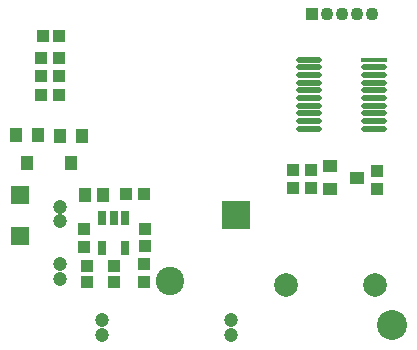
<source format=gbs>
G04*
G04 #@! TF.GenerationSoftware,Altium Limited,Altium Designer,20.0.2 (26)*
G04*
G04 Layer_Color=16711935*
%FSLAX25Y25*%
%MOIN*%
G70*
G01*
G75*
%ADD28C,0.10000*%
%ADD29C,0.06800*%
%ADD31R,0.04343X0.04737*%
%ADD32R,0.03950X0.04343*%
%ADD33R,0.04343X0.03950*%
%ADD36R,0.04202X0.03975*%
%ADD37R,0.03975X0.04202*%
%ADD40C,0.04343*%
%ADD41R,0.04343X0.04343*%
%ADD42C,0.09461*%
%ADD43C,0.04737*%
%ADD44C,0.07887*%
%ADD45R,0.09461X0.09461*%
%ADD67R,0.05918X0.05918*%
%ADD68R,0.04202X0.03950*%
%ADD69R,0.04737X0.03950*%
%ADD70R,0.03950X0.04737*%
%ADD71O,0.08674X0.01784*%
%ADD72R,0.08674X0.01784*%
%ADD73R,0.03162X0.04737*%
D28*
X133700Y17200D02*
D03*
D29*
D03*
D31*
X37500Y60700D02*
D03*
X31201D02*
D03*
D32*
X22700Y113500D02*
D03*
X17189D02*
D03*
D33*
X51400Y43664D02*
D03*
Y49175D02*
D03*
X32000Y31545D02*
D03*
Y37056D02*
D03*
D36*
X128700Y62669D02*
D03*
Y68600D02*
D03*
X31000Y43235D02*
D03*
Y49165D02*
D03*
X50984Y37500D02*
D03*
Y31569D02*
D03*
D37*
X106531Y68900D02*
D03*
X100600D02*
D03*
X106572Y62901D02*
D03*
X100641D02*
D03*
X51100Y60800D02*
D03*
X45169D02*
D03*
X22621Y100100D02*
D03*
X16690D02*
D03*
X22621Y94000D02*
D03*
X16690D02*
D03*
X22666Y106200D02*
D03*
X16735D02*
D03*
D40*
X122034Y120800D02*
D03*
X127034D02*
D03*
X117034D02*
D03*
X112034D02*
D03*
D41*
X107034D02*
D03*
D42*
X59600Y31800D02*
D03*
D43*
X22900Y56722D02*
D03*
Y51800D02*
D03*
X36900Y19000D02*
D03*
Y14078D02*
D03*
X80000Y19000D02*
D03*
Y14078D02*
D03*
X22900Y37600D02*
D03*
Y32678D02*
D03*
D44*
X98239Y30500D02*
D03*
X128161D02*
D03*
D45*
X81700Y53800D02*
D03*
D67*
X9800Y47040D02*
D03*
Y60426D02*
D03*
D68*
X40900Y31545D02*
D03*
Y37056D02*
D03*
D69*
X112979Y62660D02*
D03*
X122034Y66400D02*
D03*
X112979Y70141D02*
D03*
D70*
X8303Y80427D02*
D03*
X12043Y71372D02*
D03*
X15784Y80427D02*
D03*
X22903Y80327D02*
D03*
X26643Y71272D02*
D03*
X30384Y80327D02*
D03*
D71*
X127540Y98077D02*
D03*
Y95518D02*
D03*
Y92959D02*
D03*
Y90400D02*
D03*
Y87841D02*
D03*
Y85281D02*
D03*
X105886Y95518D02*
D03*
Y92959D02*
D03*
Y90400D02*
D03*
Y87841D02*
D03*
Y85282D02*
D03*
Y82722D02*
D03*
X127540D02*
D03*
X105886Y105754D02*
D03*
Y103195D02*
D03*
X127540Y100636D02*
D03*
Y103195D02*
D03*
X105886Y98077D02*
D03*
Y100636D02*
D03*
D72*
X127540Y105754D02*
D03*
D73*
X37160Y53052D02*
D03*
X40900Y53052D02*
D03*
X44640Y53052D02*
D03*
X44640Y42816D02*
D03*
X37161Y42815D02*
D03*
M02*

</source>
